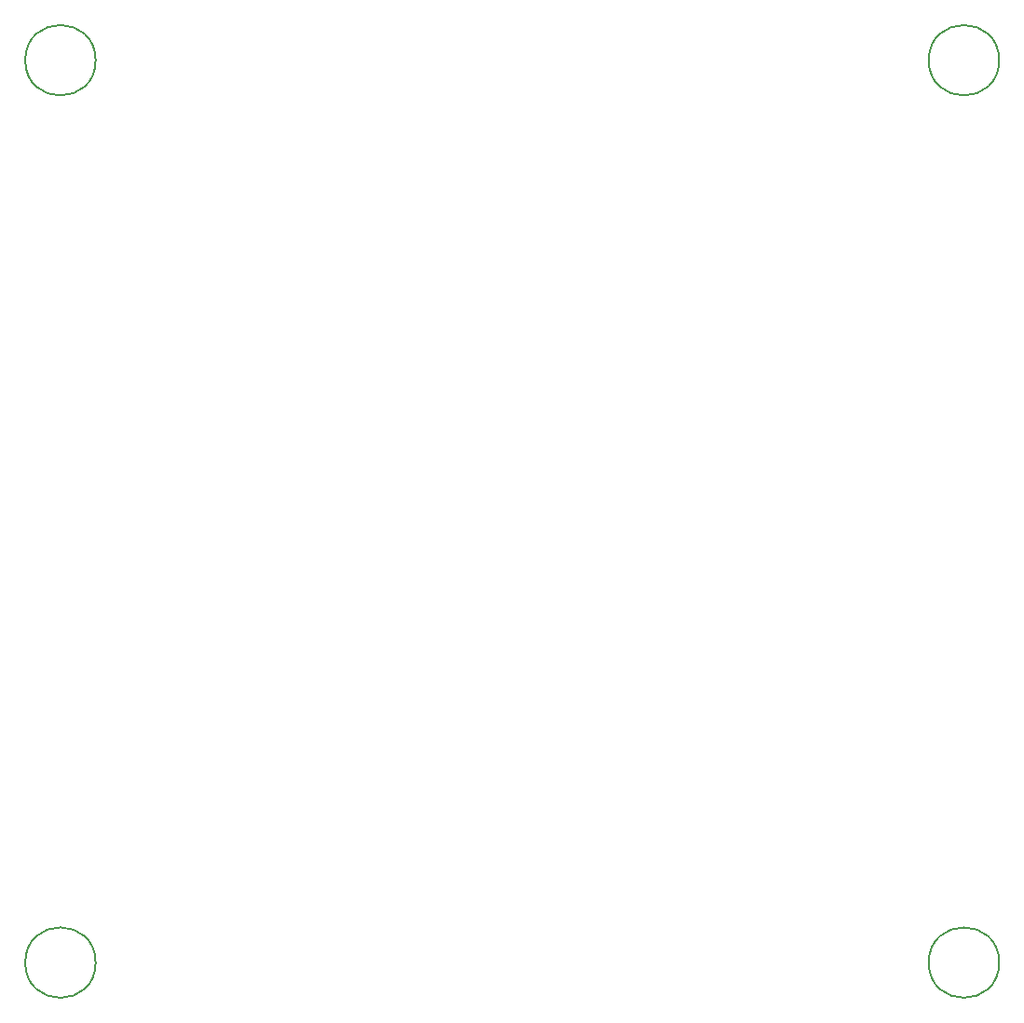
<source format=gbr>
G04 #@! TF.FileFunction,Other,Comment*
%FSLAX46Y46*%
G04 Gerber Fmt 4.6, Leading zero omitted, Abs format (unit mm)*
G04 Created by KiCad (PCBNEW 4.0.2-stable) date 10/05/17 14:11:08*
%MOMM*%
G01*
G04 APERTURE LIST*
%ADD10C,0.100000*%
%ADD11C,0.150000*%
G04 APERTURE END LIST*
D10*
D11*
X90700000Y-136500000D02*
G75*
G03X90700000Y-136500000I-3200000J0D01*
G01*
X172800000Y-136500000D02*
G75*
G03X172800000Y-136500000I-3200000J0D01*
G01*
X172800000Y-54500000D02*
G75*
G03X172800000Y-54500000I-3200000J0D01*
G01*
X90700000Y-54500000D02*
G75*
G03X90700000Y-54500000I-3200000J0D01*
G01*
M02*

</source>
